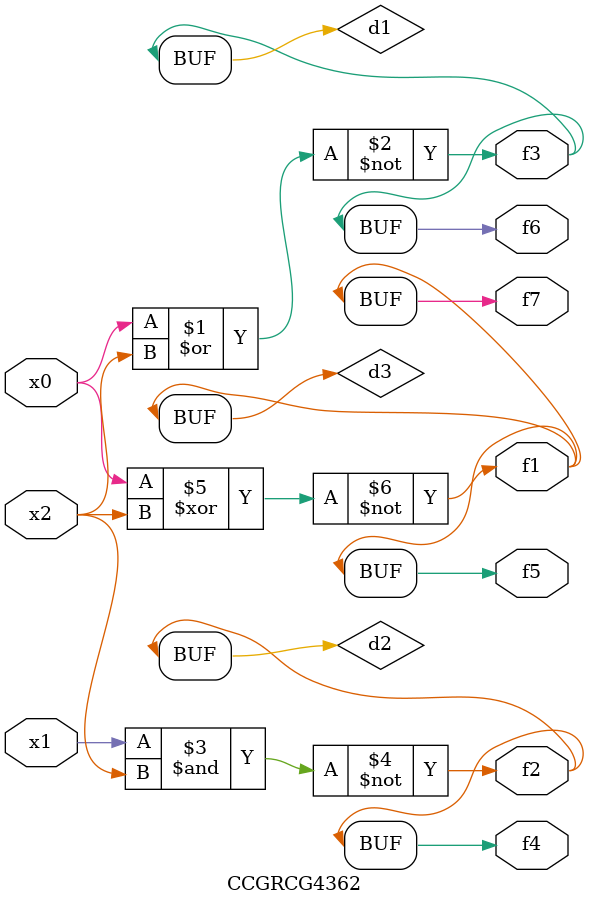
<source format=v>
module CCGRCG4362(
	input x0, x1, x2,
	output f1, f2, f3, f4, f5, f6, f7
);

	wire d1, d2, d3;

	nor (d1, x0, x2);
	nand (d2, x1, x2);
	xnor (d3, x0, x2);
	assign f1 = d3;
	assign f2 = d2;
	assign f3 = d1;
	assign f4 = d2;
	assign f5 = d3;
	assign f6 = d1;
	assign f7 = d3;
endmodule

</source>
